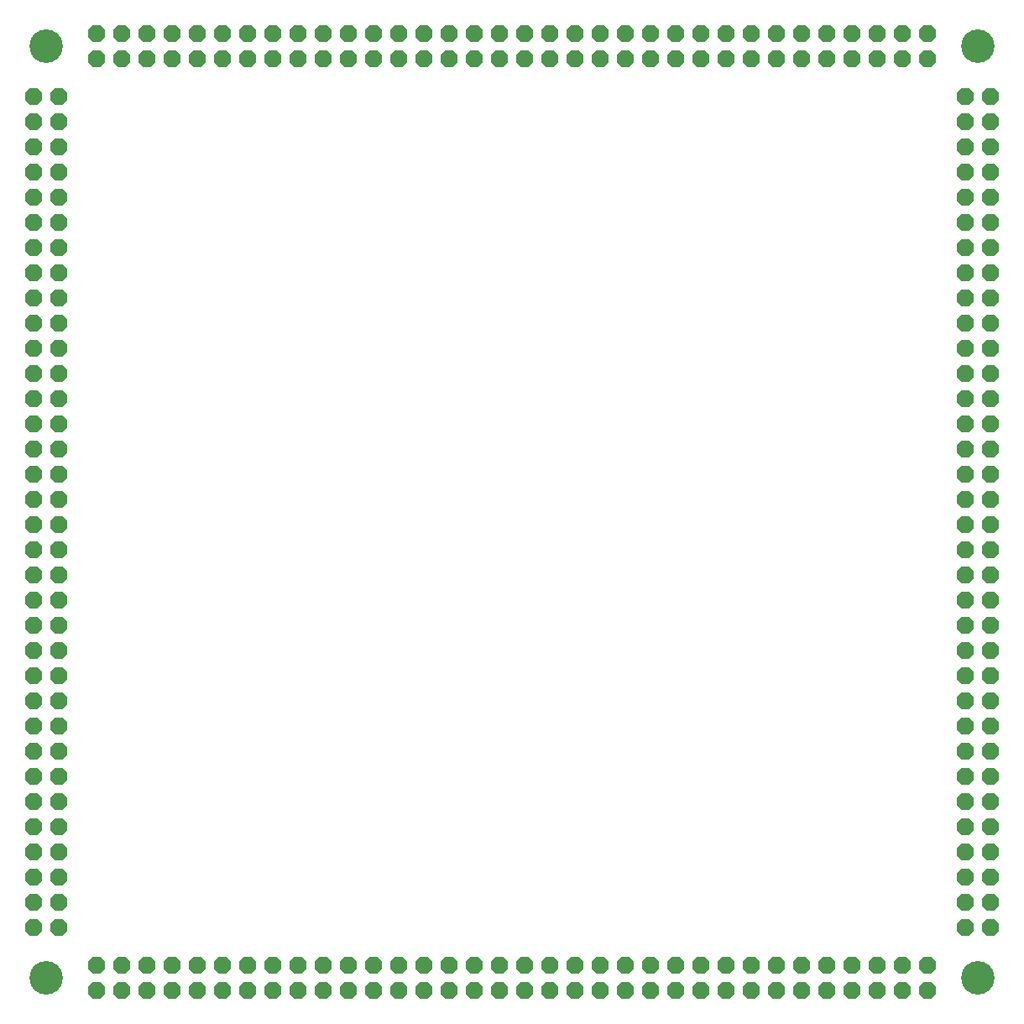
<source format=gbs>
G75*
%MOIN*%
%OFA0B0*%
%FSLAX25Y25*%
%IPPOS*%
%LPD*%
%AMOC8*
5,1,8,0,0,1.08239X$1,22.5*
%
%ADD10C,0.13300*%
%ADD11OC8,0.06800*%
D10*
X0016300Y0016300D03*
X0016300Y0386300D03*
X0386300Y0386300D03*
X0386300Y0016300D03*
D11*
X0381300Y0036300D03*
X0381300Y0046300D03*
X0381300Y0056300D03*
X0381300Y0066300D03*
X0381300Y0076300D03*
X0381300Y0086300D03*
X0381300Y0096300D03*
X0381300Y0106300D03*
X0381300Y0116300D03*
X0381300Y0126300D03*
X0381300Y0136300D03*
X0381300Y0146300D03*
X0381300Y0156300D03*
X0381300Y0166300D03*
X0381300Y0176300D03*
X0381300Y0186300D03*
X0381300Y0196300D03*
X0381300Y0206300D03*
X0381300Y0216300D03*
X0381300Y0226300D03*
X0381300Y0236300D03*
X0381300Y0246300D03*
X0381300Y0256300D03*
X0381300Y0266300D03*
X0381300Y0276300D03*
X0381300Y0286300D03*
X0381300Y0296300D03*
X0381300Y0306300D03*
X0381300Y0316300D03*
X0381300Y0326300D03*
X0381300Y0336300D03*
X0381300Y0346300D03*
X0381300Y0356300D03*
X0381300Y0366300D03*
X0391300Y0366300D03*
X0391300Y0356300D03*
X0391300Y0346300D03*
X0391300Y0336300D03*
X0391300Y0326300D03*
X0391300Y0316300D03*
X0391300Y0306300D03*
X0391300Y0296300D03*
X0391300Y0286300D03*
X0391300Y0276300D03*
X0391300Y0266300D03*
X0391300Y0256300D03*
X0391300Y0246300D03*
X0391300Y0236300D03*
X0391300Y0226300D03*
X0391300Y0216300D03*
X0391300Y0206300D03*
X0391300Y0196300D03*
X0391300Y0186300D03*
X0391300Y0176300D03*
X0391300Y0166300D03*
X0391300Y0156300D03*
X0391300Y0146300D03*
X0391300Y0136300D03*
X0391300Y0126300D03*
X0391300Y0116300D03*
X0391300Y0106300D03*
X0391300Y0096300D03*
X0391300Y0086300D03*
X0391300Y0076300D03*
X0391300Y0066300D03*
X0391300Y0056300D03*
X0391300Y0046300D03*
X0391300Y0036300D03*
X0366300Y0021300D03*
X0356300Y0021300D03*
X0356300Y0011300D03*
X0366300Y0011300D03*
X0346300Y0011300D03*
X0336300Y0011300D03*
X0326300Y0011300D03*
X0326300Y0021300D03*
X0336300Y0021300D03*
X0346300Y0021300D03*
X0316300Y0021300D03*
X0306300Y0021300D03*
X0306300Y0011300D03*
X0316300Y0011300D03*
X0296300Y0011300D03*
X0286300Y0011300D03*
X0286300Y0021300D03*
X0296300Y0021300D03*
X0276300Y0021300D03*
X0266300Y0021300D03*
X0266300Y0011300D03*
X0276300Y0011300D03*
X0256300Y0011300D03*
X0246300Y0011300D03*
X0246300Y0021300D03*
X0256300Y0021300D03*
X0236300Y0021300D03*
X0226300Y0021300D03*
X0216300Y0021300D03*
X0216300Y0011300D03*
X0226300Y0011300D03*
X0236300Y0011300D03*
X0206300Y0011300D03*
X0196300Y0011300D03*
X0196300Y0021300D03*
X0206300Y0021300D03*
X0186300Y0021300D03*
X0176300Y0021300D03*
X0176300Y0011300D03*
X0186300Y0011300D03*
X0166300Y0011300D03*
X0156300Y0011300D03*
X0156300Y0021300D03*
X0166300Y0021300D03*
X0146300Y0021300D03*
X0136300Y0021300D03*
X0136300Y0011300D03*
X0146300Y0011300D03*
X0126300Y0011300D03*
X0116300Y0011300D03*
X0106300Y0011300D03*
X0106300Y0021300D03*
X0116300Y0021300D03*
X0126300Y0021300D03*
X0096300Y0021300D03*
X0086300Y0021300D03*
X0086300Y0011300D03*
X0096300Y0011300D03*
X0076300Y0011300D03*
X0066300Y0011300D03*
X0066300Y0021300D03*
X0076300Y0021300D03*
X0056300Y0021300D03*
X0046300Y0021300D03*
X0046300Y0011300D03*
X0056300Y0011300D03*
X0036300Y0011300D03*
X0036300Y0021300D03*
X0021300Y0036300D03*
X0021300Y0046300D03*
X0021300Y0056300D03*
X0021300Y0066300D03*
X0021300Y0076300D03*
X0021300Y0086300D03*
X0021300Y0096300D03*
X0021300Y0106300D03*
X0021300Y0116300D03*
X0021300Y0126300D03*
X0021300Y0136300D03*
X0021300Y0146300D03*
X0021300Y0156300D03*
X0021300Y0166300D03*
X0021300Y0176300D03*
X0021300Y0186300D03*
X0021300Y0196300D03*
X0021300Y0206300D03*
X0021300Y0216300D03*
X0021300Y0226300D03*
X0021300Y0236300D03*
X0021300Y0246300D03*
X0021300Y0256300D03*
X0021300Y0266300D03*
X0021300Y0276300D03*
X0021300Y0286300D03*
X0021300Y0296300D03*
X0021300Y0306300D03*
X0021300Y0316300D03*
X0021300Y0326300D03*
X0021300Y0336300D03*
X0021300Y0346300D03*
X0021300Y0356300D03*
X0021300Y0366300D03*
X0011300Y0366300D03*
X0011300Y0356300D03*
X0011300Y0346300D03*
X0011300Y0336300D03*
X0011300Y0326300D03*
X0011300Y0316300D03*
X0011300Y0306300D03*
X0011300Y0296300D03*
X0011300Y0286300D03*
X0011300Y0276300D03*
X0011300Y0266300D03*
X0011300Y0256300D03*
X0011300Y0246300D03*
X0011300Y0236300D03*
X0011300Y0226300D03*
X0011300Y0216300D03*
X0011300Y0206300D03*
X0011300Y0196300D03*
X0011300Y0186300D03*
X0011300Y0176300D03*
X0011300Y0166300D03*
X0011300Y0156300D03*
X0011300Y0146300D03*
X0011300Y0136300D03*
X0011300Y0126300D03*
X0011300Y0116300D03*
X0011300Y0106300D03*
X0011300Y0096300D03*
X0011300Y0086300D03*
X0011300Y0076300D03*
X0011300Y0066300D03*
X0011300Y0056300D03*
X0011300Y0046300D03*
X0011300Y0036300D03*
X0036300Y0381300D03*
X0036300Y0391300D03*
X0046300Y0391300D03*
X0056300Y0391300D03*
X0056300Y0381300D03*
X0046300Y0381300D03*
X0066300Y0381300D03*
X0076300Y0381300D03*
X0076300Y0391300D03*
X0066300Y0391300D03*
X0086300Y0391300D03*
X0096300Y0391300D03*
X0096300Y0381300D03*
X0086300Y0381300D03*
X0106300Y0381300D03*
X0116300Y0381300D03*
X0126300Y0381300D03*
X0126300Y0391300D03*
X0116300Y0391300D03*
X0106300Y0391300D03*
X0136300Y0391300D03*
X0146300Y0391300D03*
X0146300Y0381300D03*
X0136300Y0381300D03*
X0156300Y0381300D03*
X0166300Y0381300D03*
X0166300Y0391300D03*
X0156300Y0391300D03*
X0176300Y0391300D03*
X0186300Y0391300D03*
X0186300Y0381300D03*
X0176300Y0381300D03*
X0196300Y0381300D03*
X0206300Y0381300D03*
X0206300Y0391300D03*
X0196300Y0391300D03*
X0216300Y0391300D03*
X0226300Y0391300D03*
X0236300Y0391300D03*
X0236300Y0381300D03*
X0226300Y0381300D03*
X0216300Y0381300D03*
X0246300Y0381300D03*
X0256300Y0381300D03*
X0256300Y0391300D03*
X0246300Y0391300D03*
X0266300Y0391300D03*
X0276300Y0391300D03*
X0276300Y0381300D03*
X0266300Y0381300D03*
X0286300Y0381300D03*
X0296300Y0381300D03*
X0296300Y0391300D03*
X0286300Y0391300D03*
X0306300Y0391300D03*
X0316300Y0391300D03*
X0316300Y0381300D03*
X0306300Y0381300D03*
X0326300Y0381300D03*
X0336300Y0381300D03*
X0346300Y0381300D03*
X0346300Y0391300D03*
X0336300Y0391300D03*
X0326300Y0391300D03*
X0356300Y0391300D03*
X0366300Y0391300D03*
X0366300Y0381300D03*
X0356300Y0381300D03*
M02*

</source>
